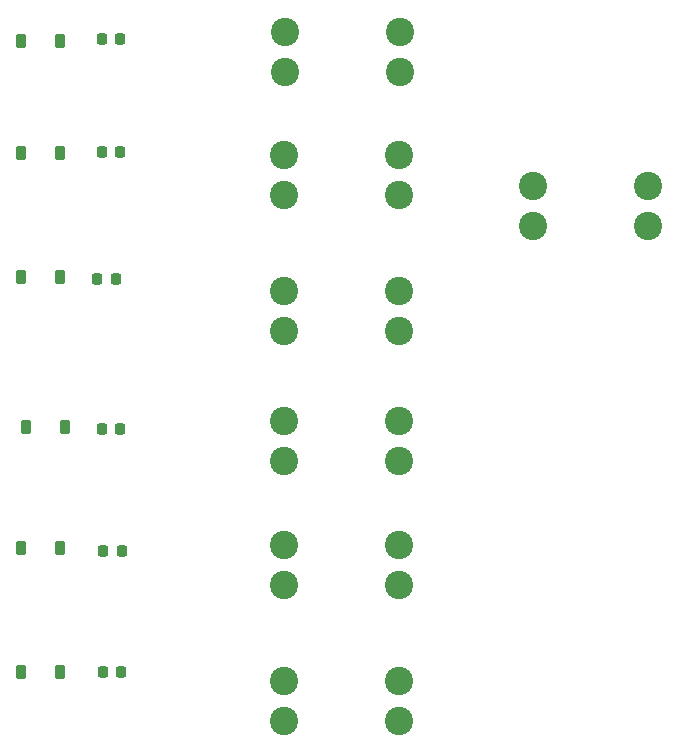
<source format=gbr>
%TF.GenerationSoftware,KiCad,Pcbnew,9.0.5*%
%TF.CreationDate,2026-02-20T11:52:18+01:00*%
%TF.ProjectId,Pekaway_rework,50656b61-7761-4795-9f72-65776f726b2e,rev?*%
%TF.SameCoordinates,Original*%
%TF.FileFunction,Paste,Top*%
%TF.FilePolarity,Positive*%
%FSLAX46Y46*%
G04 Gerber Fmt 4.6, Leading zero omitted, Abs format (unit mm)*
G04 Created by KiCad (PCBNEW 9.0.5) date 2026-02-20 11:52:18*
%MOMM*%
%LPD*%
G01*
G04 APERTURE LIST*
G04 Aperture macros list*
%AMRoundRect*
0 Rectangle with rounded corners*
0 $1 Rounding radius*
0 $2 $3 $4 $5 $6 $7 $8 $9 X,Y pos of 4 corners*
0 Add a 4 corners polygon primitive as box body*
4,1,4,$2,$3,$4,$5,$6,$7,$8,$9,$2,$3,0*
0 Add four circle primitives for the rounded corners*
1,1,$1+$1,$2,$3*
1,1,$1+$1,$4,$5*
1,1,$1+$1,$6,$7*
1,1,$1+$1,$8,$9*
0 Add four rect primitives between the rounded corners*
20,1,$1+$1,$2,$3,$4,$5,0*
20,1,$1+$1,$4,$5,$6,$7,0*
20,1,$1+$1,$6,$7,$8,$9,0*
20,1,$1+$1,$8,$9,$2,$3,0*%
G04 Aperture macros list end*
%ADD10RoundRect,0.225000X-0.225000X-0.375000X0.225000X-0.375000X0.225000X0.375000X-0.225000X0.375000X0*%
%ADD11RoundRect,0.218750X0.218750X0.256250X-0.218750X0.256250X-0.218750X-0.256250X0.218750X-0.256250X0*%
%ADD12C,2.400000*%
G04 APERTURE END LIST*
D10*
%TO.C,D3*%
X133850000Y-67500000D03*
X137150000Y-67500000D03*
%TD*%
D11*
%TO.C,D9*%
X141852500Y-67700000D03*
X140277500Y-67700000D03*
%TD*%
D10*
%TO.C,D1*%
X133850000Y-47500000D03*
X137150000Y-47500000D03*
%TD*%
%TO.C,D2*%
X133850000Y-57000000D03*
X137150000Y-57000000D03*
%TD*%
D12*
%TO.C,F4*%
X156065000Y-79700000D03*
X156065000Y-83100000D03*
X165795000Y-79700000D03*
X165795000Y-83100000D03*
%TD*%
%TO.C,F2*%
X156065000Y-57200000D03*
X156065000Y-60600000D03*
X165795000Y-57200000D03*
X165795000Y-60600000D03*
%TD*%
D11*
%TO.C,D10*%
X142217500Y-80400000D03*
X140642500Y-80400000D03*
%TD*%
%TO.C,D12*%
X142287500Y-101000000D03*
X140712500Y-101000000D03*
%TD*%
D12*
%TO.C,F1*%
X156135000Y-46800000D03*
X156135000Y-50200000D03*
X165865000Y-46800000D03*
X165865000Y-50200000D03*
%TD*%
%TO.C,F3*%
X156065000Y-68700000D03*
X156065000Y-72100000D03*
X165795000Y-68700000D03*
X165795000Y-72100000D03*
%TD*%
D10*
%TO.C,D5*%
X133850000Y-90500000D03*
X137150000Y-90500000D03*
%TD*%
D12*
%TO.C,F7*%
X177135000Y-59800000D03*
X177135000Y-63200000D03*
X186865000Y-59800000D03*
X186865000Y-63200000D03*
%TD*%
D10*
%TO.C,D6*%
X133850000Y-101000000D03*
X137150000Y-101000000D03*
%TD*%
D12*
%TO.C,F5*%
X156065000Y-90200000D03*
X156065000Y-93600000D03*
X165795000Y-90200000D03*
X165795000Y-93600000D03*
%TD*%
D11*
%TO.C,D8*%
X142217500Y-56900000D03*
X140642500Y-56900000D03*
%TD*%
D10*
%TO.C,D4*%
X134215000Y-80200000D03*
X137515000Y-80200000D03*
%TD*%
D12*
%TO.C,F6*%
X156065000Y-101700000D03*
X156065000Y-105100000D03*
X165795000Y-101700000D03*
X165795000Y-105100000D03*
%TD*%
D11*
%TO.C,D11*%
X142352500Y-90700000D03*
X140777500Y-90700000D03*
%TD*%
%TO.C,D7*%
X142217500Y-47400000D03*
X140642500Y-47400000D03*
%TD*%
M02*

</source>
